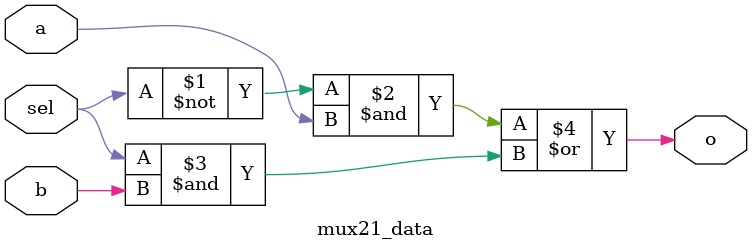
<source format=sv>
`timescale 1ns / 1ps


module mux21_data(
    input logic a,
    input logic b,
    input logic sel,
    output logic o
    );
    assign o = ((~ sel)& a) | (sel & b);
endmodule

</source>
